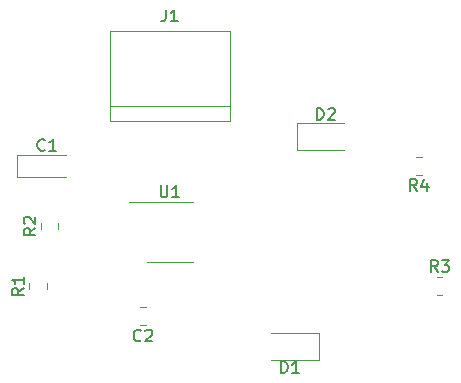
<source format=gbr>
%TF.GenerationSoftware,KiCad,Pcbnew,(6.0.10)*%
%TF.CreationDate,2023-02-17T10:23:32-08:00*%
%TF.ProjectId,ExerciseII,45786572-6369-4736-9549-492e6b696361,rev?*%
%TF.SameCoordinates,Original*%
%TF.FileFunction,Legend,Top*%
%TF.FilePolarity,Positive*%
%FSLAX46Y46*%
G04 Gerber Fmt 4.6, Leading zero omitted, Abs format (unit mm)*
G04 Created by KiCad (PCBNEW (6.0.10)) date 2023-02-17 10:23:32*
%MOMM*%
%LPD*%
G01*
G04 APERTURE LIST*
%ADD10C,0.150000*%
%ADD11C,0.120000*%
G04 APERTURE END LIST*
D10*
%TO.C,C2*%
X139803333Y-90937142D02*
X139755714Y-90984761D01*
X139612857Y-91032380D01*
X139517619Y-91032380D01*
X139374761Y-90984761D01*
X139279523Y-90889523D01*
X139231904Y-90794285D01*
X139184285Y-90603809D01*
X139184285Y-90460952D01*
X139231904Y-90270476D01*
X139279523Y-90175238D01*
X139374761Y-90080000D01*
X139517619Y-90032380D01*
X139612857Y-90032380D01*
X139755714Y-90080000D01*
X139803333Y-90127619D01*
X140184285Y-90127619D02*
X140231904Y-90080000D01*
X140327142Y-90032380D01*
X140565238Y-90032380D01*
X140660476Y-90080000D01*
X140708095Y-90127619D01*
X140755714Y-90222857D01*
X140755714Y-90318095D01*
X140708095Y-90460952D01*
X140136666Y-91032380D01*
X140755714Y-91032380D01*
%TO.C,R1*%
X129882380Y-86526666D02*
X129406190Y-86860000D01*
X129882380Y-87098095D02*
X128882380Y-87098095D01*
X128882380Y-86717142D01*
X128930000Y-86621904D01*
X128977619Y-86574285D01*
X129072857Y-86526666D01*
X129215714Y-86526666D01*
X129310952Y-86574285D01*
X129358571Y-86621904D01*
X129406190Y-86717142D01*
X129406190Y-87098095D01*
X129882380Y-85574285D02*
X129882380Y-86145714D01*
X129882380Y-85860000D02*
X128882380Y-85860000D01*
X129025238Y-85955238D01*
X129120476Y-86050476D01*
X129168095Y-86145714D01*
%TO.C,D2*%
X154704404Y-72292380D02*
X154704404Y-71292380D01*
X154942500Y-71292380D01*
X155085357Y-71340000D01*
X155180595Y-71435238D01*
X155228214Y-71530476D01*
X155275833Y-71720952D01*
X155275833Y-71863809D01*
X155228214Y-72054285D01*
X155180595Y-72149523D01*
X155085357Y-72244761D01*
X154942500Y-72292380D01*
X154704404Y-72292380D01*
X155656785Y-71387619D02*
X155704404Y-71340000D01*
X155799642Y-71292380D01*
X156037738Y-71292380D01*
X156132976Y-71340000D01*
X156180595Y-71387619D01*
X156228214Y-71482857D01*
X156228214Y-71578095D01*
X156180595Y-71720952D01*
X155609166Y-72292380D01*
X156228214Y-72292380D01*
%TO.C,D1*%
X151661904Y-93712380D02*
X151661904Y-92712380D01*
X151900000Y-92712380D01*
X152042857Y-92760000D01*
X152138095Y-92855238D01*
X152185714Y-92950476D01*
X152233333Y-93140952D01*
X152233333Y-93283809D01*
X152185714Y-93474285D01*
X152138095Y-93569523D01*
X152042857Y-93664761D01*
X151900000Y-93712380D01*
X151661904Y-93712380D01*
X153185714Y-93712380D02*
X152614285Y-93712380D01*
X152900000Y-93712380D02*
X152900000Y-92712380D01*
X152804761Y-92855238D01*
X152709523Y-92950476D01*
X152614285Y-92998095D01*
%TO.C,R3*%
X164933333Y-85162380D02*
X164600000Y-84686190D01*
X164361904Y-85162380D02*
X164361904Y-84162380D01*
X164742857Y-84162380D01*
X164838095Y-84210000D01*
X164885714Y-84257619D01*
X164933333Y-84352857D01*
X164933333Y-84495714D01*
X164885714Y-84590952D01*
X164838095Y-84638571D01*
X164742857Y-84686190D01*
X164361904Y-84686190D01*
X165266666Y-84162380D02*
X165885714Y-84162380D01*
X165552380Y-84543333D01*
X165695238Y-84543333D01*
X165790476Y-84590952D01*
X165838095Y-84638571D01*
X165885714Y-84733809D01*
X165885714Y-84971904D01*
X165838095Y-85067142D01*
X165790476Y-85114761D01*
X165695238Y-85162380D01*
X165409523Y-85162380D01*
X165314285Y-85114761D01*
X165266666Y-85067142D01*
%TO.C,R4*%
X163183333Y-78302380D02*
X162850000Y-77826190D01*
X162611904Y-78302380D02*
X162611904Y-77302380D01*
X162992857Y-77302380D01*
X163088095Y-77350000D01*
X163135714Y-77397619D01*
X163183333Y-77492857D01*
X163183333Y-77635714D01*
X163135714Y-77730952D01*
X163088095Y-77778571D01*
X162992857Y-77826190D01*
X162611904Y-77826190D01*
X164040476Y-77635714D02*
X164040476Y-78302380D01*
X163802380Y-77254761D02*
X163564285Y-77969047D01*
X164183333Y-77969047D01*
%TO.C,U1*%
X141478095Y-77819880D02*
X141478095Y-78629404D01*
X141525714Y-78724642D01*
X141573333Y-78772261D01*
X141668571Y-78819880D01*
X141859047Y-78819880D01*
X141954285Y-78772261D01*
X142001904Y-78724642D01*
X142049523Y-78629404D01*
X142049523Y-77819880D01*
X143049523Y-78819880D02*
X142478095Y-78819880D01*
X142763809Y-78819880D02*
X142763809Y-77819880D01*
X142668571Y-77962738D01*
X142573333Y-78057976D01*
X142478095Y-78105595D01*
%TO.C,J1*%
X141906666Y-62952380D02*
X141906666Y-63666666D01*
X141859047Y-63809523D01*
X141763809Y-63904761D01*
X141620952Y-63952380D01*
X141525714Y-63952380D01*
X142906666Y-63952380D02*
X142335238Y-63952380D01*
X142620952Y-63952380D02*
X142620952Y-62952380D01*
X142525714Y-63095238D01*
X142430476Y-63190476D01*
X142335238Y-63238095D01*
%TO.C,R2*%
X130882380Y-81446666D02*
X130406190Y-81780000D01*
X130882380Y-82018095D02*
X129882380Y-82018095D01*
X129882380Y-81637142D01*
X129930000Y-81541904D01*
X129977619Y-81494285D01*
X130072857Y-81446666D01*
X130215714Y-81446666D01*
X130310952Y-81494285D01*
X130358571Y-81541904D01*
X130406190Y-81637142D01*
X130406190Y-82018095D01*
X129977619Y-81065714D02*
X129930000Y-81018095D01*
X129882380Y-80922857D01*
X129882380Y-80684761D01*
X129930000Y-80589523D01*
X129977619Y-80541904D01*
X130072857Y-80494285D01*
X130168095Y-80494285D01*
X130310952Y-80541904D01*
X130882380Y-81113333D01*
X130882380Y-80494285D01*
%TO.C,C1*%
X131670833Y-74807142D02*
X131623214Y-74854761D01*
X131480357Y-74902380D01*
X131385119Y-74902380D01*
X131242261Y-74854761D01*
X131147023Y-74759523D01*
X131099404Y-74664285D01*
X131051785Y-74473809D01*
X131051785Y-74330952D01*
X131099404Y-74140476D01*
X131147023Y-74045238D01*
X131242261Y-73950000D01*
X131385119Y-73902380D01*
X131480357Y-73902380D01*
X131623214Y-73950000D01*
X131670833Y-73997619D01*
X132623214Y-74902380D02*
X132051785Y-74902380D01*
X132337500Y-74902380D02*
X132337500Y-73902380D01*
X132242261Y-74045238D01*
X132147023Y-74140476D01*
X132051785Y-74188095D01*
D11*
%TO.C,C2*%
X140231252Y-88165000D02*
X139708748Y-88165000D01*
X140231252Y-89635000D02*
X139708748Y-89635000D01*
%TO.C,R1*%
X131815000Y-86587064D02*
X131815000Y-86132936D01*
X130345000Y-86587064D02*
X130345000Y-86132936D01*
%TO.C,D2*%
X157042500Y-72525000D02*
X152982500Y-72525000D01*
X152982500Y-72525000D02*
X152982500Y-74795000D01*
X152982500Y-74795000D02*
X157042500Y-74795000D01*
%TO.C,D1*%
X154860000Y-90305000D02*
X150800000Y-90305000D01*
X154860000Y-92575000D02*
X154860000Y-90305000D01*
X150800000Y-92575000D02*
X154860000Y-92575000D01*
%TO.C,R3*%
X164872936Y-87095000D02*
X165327064Y-87095000D01*
X164872936Y-85625000D02*
X165327064Y-85625000D01*
%TO.C,R4*%
X163577064Y-75465000D02*
X163122936Y-75465000D01*
X163577064Y-76935000D02*
X163122936Y-76935000D01*
%TO.C,U1*%
X142240000Y-79207500D02*
X144190000Y-79207500D01*
X142240000Y-79207500D02*
X138790000Y-79207500D01*
X142240000Y-84327500D02*
X140290000Y-84327500D01*
X142240000Y-84327500D02*
X144190000Y-84327500D01*
%TO.C,J1*%
X137160000Y-72390000D02*
X147320000Y-72390000D01*
X147320000Y-72390000D02*
X147320000Y-64770000D01*
X147320000Y-71120000D02*
X137160000Y-71120000D01*
X137160000Y-64770000D02*
X137160000Y-72390000D01*
X147320000Y-64770000D02*
X137160000Y-64770000D01*
%TO.C,R2*%
X132815000Y-81507064D02*
X132815000Y-81052936D01*
X131345000Y-81507064D02*
X131345000Y-81052936D01*
%TO.C,C1*%
X129352500Y-75265000D02*
X129352500Y-77135000D01*
X129352500Y-77135000D02*
X133437500Y-77135000D01*
X133437500Y-75265000D02*
X129352500Y-75265000D01*
%TD*%
M02*

</source>
